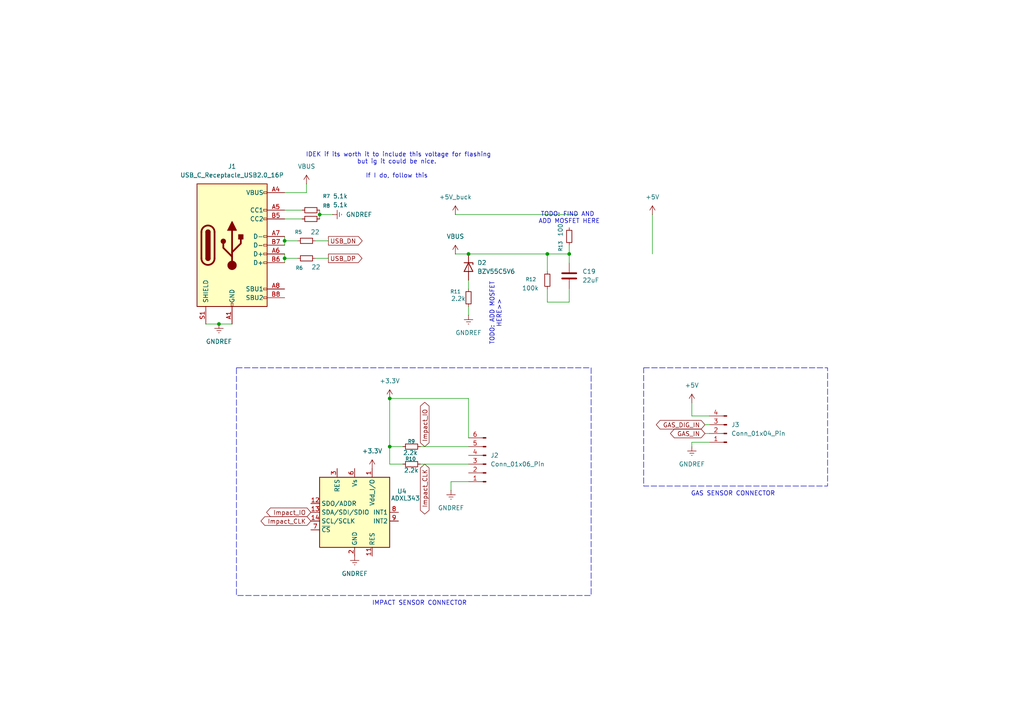
<source format=kicad_sch>
(kicad_sch (version 20250114) (generator "eeschema") (generator_version "9.0")
  (paper "A4")
  (title_block (date "2025-10-01"))
  (lib_symbols
    (symbol "Connector:Conn_01x04_Pin" (pin_names (offset 1.016) (hide yes))
      (property "Reference" "J" (at 0 5.08 0))
      (property "Value" "Conn_01x04_Pin" (at 0 -7.62 0))
      (symbol "Conn_01x04_Pin_1_1"
        (rectangle (start 0.8636 2.667) (end 0 2.413) (stroke (width 0.1524)) (fill (type outline)))
        (rectangle (start 0.8636 0.127) (end 0 -0.127) (stroke (width 0.1524)) (fill (type outline)))
        (rectangle (start 0.8636 -2.413) (end 0 -2.667) (stroke (width 0.1524)) (fill (type outline)))
        (rectangle (start 0.8636 -4.953) (end 0 -5.207) (stroke (width 0.1524)) (fill (type outline)))
        (polyline (pts (xy 1.27 2.54) (xy 0.8636 2.54)) (stroke (width 0.1524)))
        (polyline (pts (xy 1.27 0) (xy 0.8636 0)) (stroke (width 0.1524)))
        (polyline (pts (xy 1.27 -2.54) (xy 0.8636 -2.54)) (stroke (width 0.1524)))
        (polyline (pts (xy 1.27 -5.08) (xy 0.8636 -5.08)) (stroke (width 0.1524)))
        (pin passive line (at 5.08 2.54 180) (length 3.81) (name "Pin_1") (number "1"))
        (pin passive line (at 5.08 0 180) (length 3.81) (name "Pin_2") (number "2"))
        (pin passive line (at 5.08 -2.54 180) (length 3.81) (name "Pin_3") (number "3"))
        (pin passive line (at 5.08 -5.08 180) (length 3.81) (name "Pin_4") (number "4"))
      )
    )
    (symbol "Connector:Conn_01x06_Pin" (pin_names (offset 1.016) (hide yes))
      (property "Reference" "J" (at 0 7.62 0))
      (property "Value" "Conn_01x06_Pin" (at 0 -10.16 0))
      (symbol "Conn_01x06_Pin_1_1"
        (rectangle (start 0.8636 5.207) (end 0 4.953) (stroke (width 0.1524)) (fill (type outline)))
        (rectangle (start 0.8636 2.667) (end 0 2.413) (stroke (width 0.1524)) (fill (type outline)))
        (rectangle (start 0.8636 0.127) (end 0 -0.127) (stroke (width 0.1524)) (fill (type outline)))
        (rectangle (start 0.8636 -2.413) (end 0 -2.667) (stroke (width 0.1524)) (fill (type outline)))
        (rectangle (start 0.8636 -4.953) (end 0 -5.207) (stroke (width 0.1524)) (fill (type outline)))
        (rectangle (start 0.8636 -7.493) (end 0 -7.747) (stroke (width 0.1524)) (fill (type outline)))
        (polyline (pts (xy 1.27 5.08) (xy 0.8636 5.08)) (stroke (width 0.1524)))
        (polyline (pts (xy 1.27 2.54) (xy 0.8636 2.54)) (stroke (width 0.1524)))
        (polyline (pts (xy 1.27 0) (xy 0.8636 0)) (stroke (width 0.1524)))
        (polyline (pts (xy 1.27 -2.54) (xy 0.8636 -2.54)) (stroke (width 0.1524)))
        (polyline (pts (xy 1.27 -5.08) (xy 0.8636 -5.08)) (stroke (width 0.1524)))
        (polyline (pts (xy 1.27 -7.62) (xy 0.8636 -7.62)) (stroke (width 0.1524)))
        (pin passive line (at 5.08 5.08 180) (length 3.81) (name "Pin_1") (number "1"))
        (pin passive line (at 5.08 2.54 180) (length 3.81) (name "Pin_2") (number "2"))
        (pin passive line (at 5.08 0 180) (length 3.81) (name "Pin_3") (number "3"))
        (pin passive line (at 5.08 -2.54 180) (length 3.81) (name "Pin_4") (number "4"))
        (pin passive line (at 5.08 -5.08 180) (length 3.81) (name "Pin_5") (number "5"))
        (pin passive line (at 5.08 -7.62 180) (length 3.81) (name "Pin_6") (number "6"))
      )
    )
    (symbol "Connector:USB_C_Receptacle_USB2.0_16P" (pin_names (offset 1.016))
      (property "Reference" "J" (at 0 22.225 0))
      (property "Value" "USB_C_Receptacle_USB2.0_16P" (at 0 19.685 0))
      (symbol "USB_C_Receptacle_USB2.0_16P_0_0"
        (rectangle (start -0.254 -17.78) (end 0.254 -16.764))
        (rectangle (start 10.16 15.494) (end 9.144 14.986))
        (rectangle (start 10.16 10.414) (end 9.144 9.906))
        (rectangle (start 10.16 7.874) (end 9.144 7.366))
        (rectangle (start 10.16 2.794) (end 9.144 2.286))
        (rectangle (start 10.16 0.254) (end 9.144 -0.254))
        (rectangle (start 10.16 -2.286) (end 9.144 -2.794))
        (rectangle (start 10.16 -4.826) (end 9.144 -5.334))
        (rectangle (start 10.16 -12.446) (end 9.144 -12.954))
        (rectangle (start 10.16 -14.986) (end 9.144 -15.494))
      )
      (symbol "USB_C_Receptacle_USB2.0_16P_0_1"
        (rectangle (start -10.16 17.78) (end 10.16 -17.78) (stroke (width 0.254)) (fill (type background)))
        (polyline (pts (xy -8.89 -3.81) (xy -8.89 3.81)) (stroke (width 0.508)))
        (rectangle (start -7.62 -3.81) (end -6.35 3.81) (stroke (width 0.254)) (fill (type outline)))
        (arc (start -7.62 3.81) (mid -6.985 4.4423) (end -6.35 3.81) (stroke (width 0.254)))
        (arc (start -7.62 3.81) (mid -6.985 4.4423) (end -6.35 3.81) (stroke (width 0.254)) (fill (type outline)))
        (arc (start -8.89 3.81) (mid -6.985 5.7067) (end -5.08 3.81) (stroke (width 0.508)))
        (arc (start -5.08 -3.81) (mid -6.985 -5.7067) (end -8.89 -3.81) (stroke (width 0.508)))
        (arc (start -6.35 -3.81) (mid -6.985 -4.4423) (end -7.62 -3.81) (stroke (width 0.254)))
        (arc (start -6.35 -3.81) (mid -6.985 -4.4423) (end -7.62 -3.81) (stroke (width 0.254)) (fill (type outline)))
        (polyline (pts (xy -5.08 3.81) (xy -5.08 -3.81)) (stroke (width 0.508)))
        (circle (center -2.54 1.143) (radius 0.635) (stroke (width 0.254)) (fill (type outline)))
        (polyline (pts (xy -1.27 4.318) (xy 0 6.858) (xy 1.27 4.318) (xy -1.27 4.318)) (stroke (width 0.254)) (fill (type outline)))
        (polyline (pts (xy 0 -2.032) (xy 2.54 0.508) (xy 2.54 1.778)) (stroke (width 0.508)))
        (polyline (pts (xy 0 -3.302) (xy -2.54 -0.762) (xy -2.54 0.508)) (stroke (width 0.508)))
        (polyline (pts (xy 0 -5.842) (xy 0 4.318)) (stroke (width 0.508)))
        (circle (center 0 -5.842) (radius 1.27) (fill (type outline)))
        (rectangle (start 1.905 1.778) (end 3.175 3.048) (stroke (width 0.254)) (fill (type outline)))
      )
      (symbol "USB_C_Receptacle_USB2.0_16P_1_1"
        (pin passive line (at -7.62 -22.86 90) (length 5.08) (name "SHIELD") (number "S1"))
        (pin passive line (at 0 -22.86 90) (length 5.08) (name "GND") (number "A1"))
        (pin passive line (at 0 -22.86 90) (length 5.08) (hide yes) (name "GND") (number "A12"))
        (pin passive line (at 0 -22.86 90) (length 5.08) (hide yes) (name "GND") (number "B1"))
        (pin passive line (at 0 -22.86 90) (length 5.08) (hide yes) (name "GND") (number "B12"))
        (pin passive line (at 15.24 15.24 180) (length 5.08) (name "VBUS") (number "A4"))
        (pin passive line (at 15.24 15.24 180) (length 5.08) (hide yes) (name "VBUS") (number "A9"))
        (pin passive line (at 15.24 15.24 180) (length 5.08) (hide yes) (name "VBUS") (number "B4"))
        (pin passive line (at 15.24 15.24 180) (length 5.08) (hide yes) (name "VBUS") (number "B9"))
        (pin bidirectional line (at 15.24 10.16 180) (length 5.08) (name "CC1") (number "A5"))
        (pin bidirectional line (at 15.24 7.62 180) (length 5.08) (name "CC2") (number "B5"))
        (pin bidirectional line (at 15.24 2.54 180) (length 5.08) (name "D-") (number "A7"))
        (pin bidirectional line (at 15.24 0 180) (length 5.08) (name "D-") (number "B7"))
        (pin bidirectional line (at 15.24 -2.54 180) (length 5.08) (name "D+") (number "A6"))
        (pin bidirectional line (at 15.24 -5.08 180) (length 5.08) (name "D+") (number "B6"))
        (pin bidirectional line (at 15.24 -12.7 180) (length 5.08) (name "SBU1") (number "A8"))
        (pin bidirectional line (at 15.24 -15.24 180) (length 5.08) (name "SBU2") (number "B8"))
      )
    )
    (symbol "Device:C" (pin_numbers (hide yes)) (pin_names (offset 0.254))
      (property "Reference" "C" (at 0.635 2.54 0))
      (property "Value" "C" (at 0.635 -2.54 0))
      (symbol "C_0_1"
        (polyline (pts (xy -2.032 0.762) (xy 2.032 0.762)) (stroke (width 0.508)))
        (polyline (pts (xy -2.032 -0.762) (xy 2.032 -0.762)) (stroke (width 0.508)))
      )
      (symbol "C_1_1"
        (pin passive line (at 0 3.81 270) (length 2.794) (name "~") (number "1"))
        (pin passive line (at 0 -3.81 90) (length 2.794) (name "~") (number "2"))
      )
    )
    (symbol "Device:R_Small" (pin_numbers (hide yes)) (pin_names (offset 0.254) (hide yes))
      (property "Reference" "R" (at 0 0 90))
      (property "Value" "R_Small" (at 1.778 0 90))
      (symbol "R_Small_0_1"
        (rectangle (start -0.762 1.778) (end 0.762 -1.778) (stroke (width 0.2032)))
      )
      (symbol "R_Small_1_1"
        (pin passive line (at 0 2.54 270) (length 0.762) (name "~") (number "1"))
        (pin passive line (at 0 -2.54 90) (length 0.762) (name "~") (number "2"))
      )
    )
    (symbol "Diode:BZV55C5V6" (pin_numbers (hide yes)) (pin_names (hide yes))
      (property "Reference" "D" (at 0 2.54 0))
      (property "Value" "BZV55C5V6" (at 0 -2.54 0))
      (symbol "BZV55C5V6_0_1"
        (polyline (pts (xy -1.27 -1.27) (xy -1.27 1.27) (xy -0.762 1.27)) (stroke (width 0.254)))
        (polyline (pts (xy 1.27 0) (xy -1.27 0)))
        (polyline (pts (xy 1.27 -1.27) (xy 1.27 1.27) (xy -1.27 0) (xy 1.27 -1.27)) (stroke (width 0.254)))
      )
      (symbol "BZV55C5V6_1_1"
        (pin passive line (at -3.81 0 0) (length 2.54) (name "K") (number "1"))
        (pin passive line (at 3.81 0 180) (length 2.54) (name "A") (number "2"))
      )
    )
    (symbol "Sensor_Motion:ADXL343"
      (property "Reference" "U" (at -8.89 11.43 0))
      (property "Value" "ADXL343" (at -7.62 -11.43 0))
      (symbol "ADXL343_0_1"
        (rectangle (start -10.16 10.16) (end 10.16 -10.16) (stroke (width 0.254)) (fill (type background)))
      )
      (symbol "ADXL343_1_1"
        (pin bidirectional line (at -12.7 2.54 0) (length 2.54) (name "SDO/ADDR") (number "12"))
        (pin bidirectional line (at -12.7 0 0) (length 2.54) (name "SDA/SDI/SDIO") (number "13"))
        (pin input line (at -12.7 -2.54 0) (length 2.54) (name "SCL/SCLK") (number "14"))
        (pin input line (at -12.7 -5.08 0) (length 2.54) (name "~{CS}") (number "7"))
        (pin passive line (at -5.08 12.7 270) (length 2.54) (name "RES") (number "3"))
        (pin no_connect line (at -5.08 -10.16 90) (length 2.54) (hide yes) (name "NC") (number "10"))
        (pin power_in line (at 0 12.7 270) (length 2.54) (name "Vs") (number "6"))
        (pin power_in line (at 0 -12.7 90) (length 2.54) (name "GND") (number "2"))
        (pin passive line (at 0 -12.7 90) (length 2.54) (hide yes) (name "GND") (number "4"))
        (pin passive line (at 0 -12.7 90) (length 2.54) (hide yes) (name "GND") (number "5"))
        (pin power_in line (at 5.08 12.7 270) (length 2.54) (name "Vdd_I/O") (number "1"))
        (pin passive line (at 5.08 -12.7 90) (length 2.54) (name "RES") (number "11"))
        (pin output line (at 12.7 0 180) (length 2.54) (name "INT1") (number "8"))
        (pin output line (at 12.7 -2.54 180) (length 2.54) (name "INT2") (number "9"))
      )
    )
    (symbol "power:+3.3V" (power) (pin_numbers (hide yes)) (pin_names (offset 0) (hide yes))
      (property "Value" "+3.3V" (at 0 3.556 0))
      (symbol "+3.3V_0_1"
        (polyline (pts (xy -0.762 1.27) (xy 0 2.54)))
        (polyline (pts (xy 0 2.54) (xy 0.762 1.27)))
        (polyline (pts (xy 0 0) (xy 0 2.54)))
      )
      (symbol "+3.3V_1_1"
        (pin power_in line (at 0 0 90) (length 0) (name "~") (number "1"))
      )
    )
    (symbol "power:+5V" (power) (pin_numbers (hide yes)) (pin_names (offset 0) (hide yes))
      (property "Value" "+5V" (at 0 3.556 0))
      (symbol "+5V_0_1"
        (polyline (pts (xy -0.762 1.27) (xy 0 2.54)))
        (polyline (pts (xy 0 2.54) (xy 0.762 1.27)))
        (polyline (pts (xy 0 0) (xy 0 2.54)))
      )
      (symbol "+5V_1_1"
        (pin power_in line (at 0 0 90) (length 0) (name "~") (number "1"))
      )
    )
    (symbol "power:GNDREF" (power) (pin_numbers (hide yes)) (pin_names (offset 0) (hide yes))
      (property "Value" "GNDREF" (at 0 -3.81 0))
      (symbol "GNDREF_0_1"
        (polyline (pts (xy -0.635 -1.905) (xy 0.635 -1.905)))
        (polyline (pts (xy -0.127 -2.54) (xy 0.127 -2.54)))
        (polyline (pts (xy 0 -1.27) (xy 0 0)))
        (polyline (pts (xy 1.27 -1.27) (xy -1.27 -1.27)))
      )
      (symbol "GNDREF_1_1"
        (pin power_in line (at 0 0 270) (length 0) (name "~") (number "1"))
      )
    )
    (symbol "power:VBUS" (power) (pin_numbers (hide yes)) (pin_names (offset 0) (hide yes))
      (property "Value" "VBUS" (at 0 3.556 0))
      (symbol "VBUS_0_1"
        (polyline (pts (xy -0.762 1.27) (xy 0 2.54)))
        (polyline (pts (xy 0 2.54) (xy 0.762 1.27)))
        (polyline (pts (xy 0 0) (xy 0 2.54)))
      )
      (symbol "VBUS_1_1"
        (pin power_in line (at 0 0 90) (length 0) (name "~") (number "1"))
      )
    )
  )
  (rectangle (start 186.69 106.68) (end 240.03 140.97) (stroke (width 0) (type dash)))
  (rectangle (start 68.58 106.68) (end 171.45 172.72) (stroke (width 0) (type dash)))
  (text "TODO: ADD MOSFET \nHERE>> " (at 143.764 90.424 90) (effects (font (size 1.27 1.27))))
  (text "TODO: FIND AND \nADD MOSFET HERE" (at 165.1 63.246 0) (effects (font (size 1.27 1.27))))
  (text "IDEK if its worth it to include this voltage for flashing\nbut ig it could be nice. \n\nIf I do, follow this " (at 115.57 48.006 0) (effects (font (size 1.27 1.27))))
  (text "IMPACT SENSOR CONNECTOR" (at 121.666 175.006 0) (effects (font (size 1.27 1.27))))
  (text "GAS SENSOR CONNECTOR" (at 212.598 143.256 0) (effects (font (size 1.27 1.27))))
  (junction (at 92.71 62.23))
  (junction (at 82.55 69.85))
  (junction (at 82.55 74.93))
  (junction (at 113.03 129.54))
  (junction (at 158.75 73.66))
  (junction (at 165.1 73.66))
  (junction (at 135.89 73.66))
  (junction (at 113.03 115.57))
  (junction (at 63.5 93.98))
  (wire (pts (xy 132.08 62.23) (xy 167.64 62.23)))
  (wire (pts (xy 82.55 69.85) (xy 82.55 71.12)))
  (wire (pts (xy 82.55 74.93) (xy 86.36 74.93)))
  (wire (pts (xy 88.9 53.34) (xy 88.9 55.88)))
  (wire (pts (xy 91.44 74.93) (xy 95.25 74.93)))
  (wire (pts (xy 165.1 71.12) (xy 165.1 73.66)))
  (wire (pts (xy 82.55 74.93) (xy 82.55 76.2)))
  (wire (pts (xy 132.08 73.66) (xy 135.89 73.66)))
  (wire (pts (xy 189.23 62.23) (xy 189.23 73.66)))
  (wire (pts (xy 82.55 69.85) (xy 86.36 69.85)))
  (wire (pts (xy 59.69 93.98) (xy 63.5 93.98)))
  (wire (pts (xy 158.75 78.74) (xy 158.75 73.66)))
  (wire (pts (xy 92.71 62.23) (xy 92.71 60.96)))
  (wire (pts (xy 92.71 62.23) (xy 96.52 62.23)))
  (wire (pts (xy 135.89 73.66) (xy 158.75 73.66)))
  (wire (pts (xy 135.89 115.57) (xy 135.89 127)))
  (wire (pts (xy 121.92 134.62) (xy 135.89 134.62)))
  (wire (pts (xy 165.1 87.63) (xy 165.1 83.82)))
  (wire (pts (xy 158.75 73.66) (xy 165.1 73.66)))
  (wire (pts (xy 135.89 88.9) (xy 135.89 91.44)))
  (wire (pts (xy 121.92 129.54) (xy 135.89 129.54)))
  (wire (pts (xy 63.5 93.98) (xy 67.31 93.98)))
  (wire (pts (xy 87.63 63.5) (xy 82.55 63.5)))
  (wire (pts (xy 82.55 73.66) (xy 82.55 74.93)))
  (wire (pts (xy 91.44 69.85) (xy 95.25 69.85)))
  (wire (pts (xy 200.66 116.84) (xy 200.66 120.65)))
  (wire (pts (xy 113.03 134.62) (xy 113.03 129.54)))
  (wire (pts (xy 87.63 60.96) (xy 82.55 60.96)))
  (wire (pts (xy 135.89 139.7) (xy 130.81 139.7)))
  (wire (pts (xy 158.75 83.82) (xy 158.75 87.63)))
  (wire (pts (xy 113.03 115.57) (xy 113.03 129.54)))
  (wire (pts (xy 204.47 125.73) (xy 205.74 125.73)))
  (wire (pts (xy 204.47 123.19) (xy 205.74 123.19)))
  (wire (pts (xy 82.55 68.58) (xy 82.55 69.85)))
  (wire (pts (xy 116.84 134.62) (xy 113.03 134.62)))
  (wire (pts (xy 116.84 129.54) (xy 113.03 129.54)))
  (wire (pts (xy 135.89 81.28) (xy 135.89 83.82)))
  (wire (pts (xy 205.74 128.27) (xy 200.66 128.27)))
  (wire (pts (xy 130.81 139.7) (xy 130.81 142.24)))
  (wire (pts (xy 165.1 73.66) (xy 165.1 76.2)))
  (wire (pts (xy 200.66 120.65) (xy 205.74 120.65)))
  (wire (pts (xy 200.66 128.27) (xy 200.66 129.54)))
  (wire (pts (xy 113.03 115.57) (xy 135.89 115.57)))
  (wire (pts (xy 158.75 87.63) (xy 165.1 87.63)))
  (wire (pts (xy 82.55 55.88) (xy 88.9 55.88)))
  (wire (pts (xy 92.71 63.5) (xy 92.71 62.23)))
  (global_label "Impact_CLK" (shape bidirectional) (at 123.19 134.62 270) (property "Intersheetrefs" "${INTERSHEET_REFS}" (effects (hide yes))))
  (global_label "Impact_IO" (shape bidirectional) (at 90.17 148.59 180) (property "Intersheetrefs" "${INTERSHEET_REFS}" (effects (hide yes))))
  (global_label "GAS_DIG_IN" (shape bidirectional) (at 204.47 123.19 180) (property "Intersheetrefs" "${INTERSHEET_REFS}" (effects (hide yes))))
  (global_label "Impact_IO" (shape bidirectional) (at 123.19 129.54 90) (property "Intersheetrefs" "${INTERSHEET_REFS}" (effects (hide yes))))
  (global_label "GAS_IN" (shape bidirectional) (at 204.47 125.73 180) (property "Intersheetrefs" "${INTERSHEET_REFS}" (effects (hide yes))))
  (global_label "USB_DP" (shape output) (at 95.25 74.93 0) (property "Intersheetrefs" "${INTERSHEET_REFS}" (effects (hide yes))))
  (global_label "USB_DN" (shape output) (at 95.25 69.85 0) (property "Intersheetrefs" "${INTERSHEET_REFS}" (effects (hide yes))))
  (global_label "Impact_CLK" (shape bidirectional) (at 90.17 151.13 180) (property "Intersheetrefs" "${INTERSHEET_REFS}" (effects (hide yes))))
  (symbol (lib_id "power:GNDREF") (at 102.87 161.29 0) (unit 1)
    (property "Reference" "#PWR029" (effects (hide yes)))
    (property "Value" "GNDREF" (at 102.87 166.37 0))
    (property "Description" "Power symbol creates a global label with name \"GNDREF\" , reference supply ground" (effects (hide yes)))
  )
  (symbol (lib_id "Diode:BZV55C5V6") (at 135.89 77.47 270) (unit 1)
    (property "Reference" "D2" (at 138.43 76.1999 90) (effects (justify left)))
    (property "Value" "BZV55C5V6" (at 138.43 78.7399 90) (effects (justify left)))
    (property "Footprint" "Diode_SMD:D_MiniMELF" (effects (hide yes)))
    (property "Datasheet" "https://assets.nexperia.com/documents/data-sheet/BZV55_SER.pdf" (effects (hide yes)))
    (property "Description" "5.6V, 500mW, 5%, Zener diode, MiniMELF" (effects (hide yes)))
  )
  (symbol (lib_id "Connector:Conn_01x06_Pin") (at 140.97 134.62 180) (unit 1)
    (property "Reference" "J2" (at 142.24 132.0799 0) (effects (justify right)))
    (property "Value" "Conn_01x06_Pin" (at 142.24 134.6199 0) (effects (justify right)))
    (property "Footprint" "Connector_IDC:IDC-Header_2x03_P2.54mm_Vertical" (effects (hide yes)))
    (property "Description" "Generic connector, single row, 01x06, script generated" (effects (hide yes)))
  )
  (symbol (lib_id "Connector:USB_C_Receptacle_USB2.0_16P") (at 67.31 71.12 0) (unit 1)
    (property "Reference" "J1" (at 67.31 48.26 0))
    (property "Value" "USB_C_Receptacle_USB2.0_16P" (at 67.31 50.8 0))
    (property "Footprint" "Connector_USB:USB_C_Receptacle_G-Switch_GT-USB-7010ASV" (effects (hide yes)))
    (property "Datasheet" "https://www.usb.org/sites/default/files/documents/usb_type-c.zip" (effects (hide yes)))
    (property "Description" "USB 2.0-only 16P Type-C Receptacle connector" (effects (hide yes)))
  )
  (symbol (lib_id "power:+3.3V") (at 113.03 115.57 0) (unit 1)
    (property "Reference" "#PWR031" (effects (hide yes)))
    (property "Value" "+3.3V" (at 113.03 110.49 0))
    (property "Description" "Power symbol creates a global label with name \"+3.3V\"" (effects (hide yes)))
  )
  (symbol (lib_id "Device:R_Small") (at 88.9 69.85 270) (unit 1)
    (property "Reference" "R5" (at 87.63 67.31 90) (effects (font (size 1.016 1.016)) (justify right)))
    (property "Value" "22" (at 92.71 67.31 90) (effects (justify right)))
    (property "Footprint" "Resistor_SMD:R_0603_1608Metric_Pad0.98x0.95mm_HandSolder" (effects (hide yes)))
    (property "Description" "Resistor, small symbol" (effects (hide yes)))
  )
  (symbol (lib_id "power:GNDREF") (at 200.66 129.54 0) (unit 1)
    (property "Reference" "#PWR038" (effects (hide yes)))
    (property "Value" "GNDREF" (at 200.66 134.62 0))
    (property "Description" "Power symbol creates a global label with name \"GNDREF\" , reference supply ground" (effects (hide yes)))
  )
  (symbol (lib_id "Device:R_Small") (at 119.38 129.54 90) (unit 1)
    (property "Reference" "R9" (at 120.396 128.016 90) (effects (font (size 1.016 1.016)) (justify left)))
    (property "Value" "2.2k" (at 121.158 131.318 90) (effects (justify left)))
    (property "Footprint" "Resistor_SMD:R_0603_1608Metric_Pad0.98x0.95mm_HandSolder" (effects (hide yes)))
    (property "Description" "Resistor, small symbol" (effects (hide yes)))
  )
  (symbol (lib_id "Device:C") (at 165.1 80.01 0) (unit 1)
    (property "Reference" "C19" (at 168.91 78.7399 0) (effects (justify left)))
    (property "Value" "22uF" (at 168.91 81.2799 0) (effects (justify left)))
    (property "Footprint" "Capacitor_SMD:C_0603_1608Metric_Pad1.08x0.95mm_HandSolder" (effects (hide yes)))
    (property "Description" "Unpolarized capacitor" (effects (hide yes)))
  )
  (symbol (lib_id "power:GNDREF") (at 130.81 142.24 0) (unit 1)
    (property "Reference" "#PWR032" (effects (hide yes)))
    (property "Value" "GNDREF" (at 130.81 147.32 0))
    (property "Description" "Power symbol creates a global label with name \"GNDREF\" , reference supply ground" (effects (hide yes)))
  )
  (symbol (lib_id "power:+5V") (at 132.08 62.23 0) (unit 1)
    (property "Reference" "#PWR033" (effects (hide yes)))
    (property "Value" "+5V_buck" (at 132.08 57.15 0))
    (property "Description" "Power symbol creates a global label with name \"+5V\"" (effects (hide yes)))
  )
  (symbol (lib_id "power:GNDREF") (at 96.52 62.23 90) (unit 1)
    (property "Reference" "#PWR028" (effects (hide yes)))
    (property "Value" "GNDREF" (at 100.33 62.2299 90) (effects (justify right)))
    (property "Description" "Power symbol creates a global label with name \"GNDREF\" , reference supply ground" (effects (hide yes)))
  )
  (symbol (lib_id "power:VBUS") (at 132.08 73.66 0) (unit 1)
    (property "Reference" "#PWR034" (effects (hide yes)))
    (property "Value" "VBUS" (at 132.08 68.58 0))
    (property "Description" "Power symbol creates a global label with name \"VBUS\"" (effects (hide yes)))
  )
  (symbol (lib_id "power:GNDREF") (at 135.89 91.44 0) (unit 1)
    (property "Reference" "#PWR035" (effects (hide yes)))
    (property "Value" "GNDREF" (at 135.89 96.52 0))
    (property "Description" "Power symbol creates a global label with name \"GNDREF\" , reference supply ground" (effects (hide yes)))
  )
  (symbol (lib_id "Connector:Conn_01x04_Pin") (at 210.82 125.73 180) (unit 1)
    (property "Reference" "J3" (at 212.09 123.1899 0) (effects (justify right)))
    (property "Value" "Conn_01x04_Pin" (at 212.09 125.7299 0) (effects (justify right)))
    (property "Footprint" "Connector_PinHeader_1.00mm:PinHeader_2x02_P1.00mm_Vertical" (effects (hide yes)))
    (property "Description" "Generic connector, single row, 01x04, script generated" (effects (hide yes)))
  )
  (symbol (lib_id "power:+5V") (at 200.66 116.84 0) (unit 1)
    (property "Reference" "#PWR037" (effects (hide yes)))
    (property "Value" "+5V" (at 200.66 111.76 0))
    (property "Description" "Power symbol creates a global label with name \"+5V\"" (effects (hide yes)))
  )
  (symbol (lib_id "Sensor_Motion:ADXL343") (at 102.87 148.59 0) (unit 1)
    (property "Reference" "U4" (at 116.586 142.494 0))
    (property "Value" "ADXL343" (at 117.602 144.526 0))
    (property "Footprint" "Package_LGA:LGA-14_3x5mm_P0.8mm_LayoutBorder1x6y" (effects (hide yes)))
    (property "Datasheet" "https://www.analog.com/media/en/technical-documentation/data-sheets/ADXL343.pdf" (effects (hide yes)))
    (property "Description" "3-Axis MEMS Accelerometer, 2/4/8/16g range, I2C/SPI, LGA-14" (effects (hide yes)))
  )
  (symbol (lib_id "Device:R_Small") (at 90.17 60.96 270) (unit 1)
    (property "Reference" "R7" (at 95.758 56.896 90) (effects (font (size 1.016 1.016)) (justify right)))
    (property "Value" "5.1k" (at 100.838 56.896 90) (effects (justify right)))
    (property "Footprint" "Resistor_SMD:R_0603_1608Metric_Pad0.98x0.95mm_HandSolder" (effects (hide yes)))
    (property "Description" "Resistor, small symbol" (effects (hide yes)))
  )
  (symbol (lib_id "Device:R_Small") (at 90.17 63.5 270) (unit 1)
    (property "Reference" "R8" (at 95.758 59.69 90) (effects (font (size 1.016 1.016)) (justify right)))
    (property "Value" "5.1k" (at 100.838 59.436 90) (effects (justify right)))
    (property "Footprint" "Resistor_SMD:R_0603_1608Metric_Pad0.98x0.95mm_HandSolder" (effects (hide yes)))
    (property "Description" "Resistor, small symbol" (effects (hide yes)))
  )
  (symbol (lib_id "power:VBUS") (at 88.9 53.34 0) (unit 1)
    (property "Reference" "#PWR027" (effects (hide yes)))
    (property "Value" "VBUS" (at 88.9 48.26 0))
    (property "Description" "Power symbol creates a global label with name \"VBUS\"" (effects (hide yes)))
  )
  (symbol (lib_id "power:GNDREF") (at 63.5 93.98 0) (unit 1)
    (property "Reference" "#PWR026" (effects (hide yes)))
    (property "Value" "GNDREF" (at 63.5 99.06 0))
    (property "Description" "Power symbol creates a global label with name \"GNDREF\" , reference supply ground" (effects (hide yes)))
  )
  (symbol (lib_id "Device:R_Small") (at 88.9 74.93 270) (unit 1)
    (property "Reference" "R6" (at 87.884 77.724 90) (effects (font (size 1.016 1.016)) (justify right)))
    (property "Value" "22" (at 92.964 77.47 90) (effects (justify right)))
    (property "Footprint" "Resistor_SMD:R_0603_1608Metric_Pad0.98x0.95mm_HandSolder" (effects (hide yes)))
    (property "Description" "Resistor, small symbol" (effects (hide yes)))
  )
  (symbol (lib_id "Device:R_Small") (at 135.89 86.36 0) (unit 1)
    (property "Reference" "R11" (at 130.556 84.582 0) (effects (font (size 1.016 1.016)) (justify left)))
    (property "Value" "2.2k" (at 130.81 86.614 0) (effects (justify left)))
    (property "Footprint" "Resistor_SMD:R_0603_1608Metric_Pad0.98x0.95mm_HandSolder" (effects (hide yes)))
    (property "Description" "Resistor, small symbol" (effects (hide yes)))
  )
  (symbol (lib_id "Device:R_Small") (at 119.38 134.62 90) (unit 1)
    (property "Reference" "R10" (at 120.65 133.096 90) (effects (font (size 1.016 1.016)) (justify left)))
    (property "Value" "2.2k" (at 121.412 136.398 90) (effects (justify left)))
    (property "Footprint" "Resistor_SMD:R_0603_1608Metric_Pad0.98x0.95mm_HandSolder" (effects (hide yes)))
    (property "Description" "Resistor, small symbol" (effects (hide yes)))
  )
  (symbol (lib_id "power:+5V") (at 189.23 62.23 0) (unit 1)
    (property "Reference" "#PWR036" (effects (hide yes)))
    (property "Value" "+5V" (at 189.23 57.15 0))
    (property "Description" "Power symbol creates a global label with name \"+5V\"" (effects (hide yes)))
  )
  (symbol (lib_id "Device:R_Small") (at 165.1 68.58 0) (unit 1)
    (property "Reference" "R13" (at 162.56 69.85 90) (effects (font (size 1.016 1.016)) (justify right)))
    (property "Value" "100" (at 162.56 64.77 90) (effects (justify right)))
    (property "Footprint" "Resistor_SMD:R_0603_1608Metric_Pad0.98x0.95mm_HandSolder" (effects (hide yes)))
    (property "Description" "Resistor, small symbol" (effects (hide yes)))
  )
  (symbol (lib_id "Device:R_Small") (at 158.75 81.28 0) (unit 1)
    (property "Reference" "R12" (at 152.4 81.026 0) (effects (font (size 1.016 1.016)) (justify left)))
    (property "Value" "100k" (at 151.384 83.566 0) (effects (justify left)))
    (property "Footprint" "Resistor_SMD:R_0603_1608Metric_Pad0.98x0.95mm_HandSolder" (effects (hide yes)))
    (property "Description" "Resistor, small symbol" (effects (hide yes)))
  )
  (symbol (lib_id "power:+3.3V") (at 107.95 135.89 0) (unit 1)
    (property "Reference" "#PWR030" (effects (hide yes)))
    (property "Value" "+3.3V" (at 107.95 130.81 0))
    (property "Description" "Power symbol creates a global label with name \"+3.3V\"" (effects (hide yes)))
  )
)
</source>
